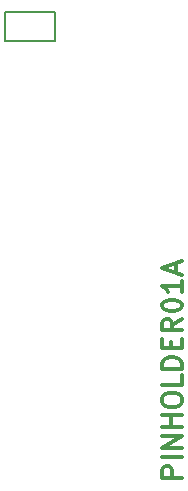
<source format=gbr>
%TF.GenerationSoftware,KiCad,Pcbnew,6.0.11+dfsg-1~bpo11+1*%
%TF.CreationDate,2023-04-12T09:04:15+00:00*%
%TF.ProjectId,PINHOLDER01,50494e48-4f4c-4444-9552-30312e6b6963,01A*%
%TF.SameCoordinates,Original*%
%TF.FileFunction,Legend,Top*%
%TF.FilePolarity,Positive*%
%FSLAX46Y46*%
G04 Gerber Fmt 4.6, Leading zero omitted, Abs format (unit mm)*
G04 Created by KiCad (PCBNEW 6.0.11+dfsg-1~bpo11+1) date 2023-04-12 09:04:15*
%MOMM*%
%LPD*%
G01*
G04 APERTURE LIST*
%ADD10C,0.300000*%
%ADD11C,0.150000*%
G04 APERTURE END LIST*
D10*
X134849047Y-114346190D02*
X133149047Y-114346190D01*
X133149047Y-113698571D01*
X133230000Y-113536666D01*
X133310952Y-113455714D01*
X133472857Y-113374761D01*
X133715714Y-113374761D01*
X133877619Y-113455714D01*
X133958571Y-113536666D01*
X134039523Y-113698571D01*
X134039523Y-114346190D01*
X134849047Y-112646190D02*
X133149047Y-112646190D01*
X134849047Y-111836666D02*
X133149047Y-111836666D01*
X134849047Y-110865238D01*
X133149047Y-110865238D01*
X134849047Y-110055714D02*
X133149047Y-110055714D01*
X133958571Y-110055714D02*
X133958571Y-109084285D01*
X134849047Y-109084285D02*
X133149047Y-109084285D01*
X133149047Y-107950952D02*
X133149047Y-107627142D01*
X133230000Y-107465238D01*
X133391904Y-107303333D01*
X133715714Y-107222380D01*
X134282380Y-107222380D01*
X134606190Y-107303333D01*
X134768095Y-107465238D01*
X134849047Y-107627142D01*
X134849047Y-107950952D01*
X134768095Y-108112857D01*
X134606190Y-108274761D01*
X134282380Y-108355714D01*
X133715714Y-108355714D01*
X133391904Y-108274761D01*
X133230000Y-108112857D01*
X133149047Y-107950952D01*
X134849047Y-105684285D02*
X134849047Y-106493809D01*
X133149047Y-106493809D01*
X134849047Y-105117619D02*
X133149047Y-105117619D01*
X133149047Y-104712857D01*
X133230000Y-104470000D01*
X133391904Y-104308095D01*
X133553809Y-104227142D01*
X133877619Y-104146190D01*
X134120476Y-104146190D01*
X134444285Y-104227142D01*
X134606190Y-104308095D01*
X134768095Y-104470000D01*
X134849047Y-104712857D01*
X134849047Y-105117619D01*
X133958571Y-103417619D02*
X133958571Y-102850952D01*
X134849047Y-102608095D02*
X134849047Y-103417619D01*
X133149047Y-103417619D01*
X133149047Y-102608095D01*
X134849047Y-100908095D02*
X134039523Y-101474761D01*
X134849047Y-101879523D02*
X133149047Y-101879523D01*
X133149047Y-101231904D01*
X133230000Y-101070000D01*
X133310952Y-100989047D01*
X133472857Y-100908095D01*
X133715714Y-100908095D01*
X133877619Y-100989047D01*
X133958571Y-101070000D01*
X134039523Y-101231904D01*
X134039523Y-101879523D01*
X133149047Y-99855714D02*
X133149047Y-99693809D01*
X133230000Y-99531904D01*
X133310952Y-99450952D01*
X133472857Y-99370000D01*
X133796666Y-99289047D01*
X134201428Y-99289047D01*
X134525238Y-99370000D01*
X134687142Y-99450952D01*
X134768095Y-99531904D01*
X134849047Y-99693809D01*
X134849047Y-99855714D01*
X134768095Y-100017619D01*
X134687142Y-100098571D01*
X134525238Y-100179523D01*
X134201428Y-100260476D01*
X133796666Y-100260476D01*
X133472857Y-100179523D01*
X133310952Y-100098571D01*
X133230000Y-100017619D01*
X133149047Y-99855714D01*
X134849047Y-97670000D02*
X134849047Y-98641428D01*
X134849047Y-98155714D02*
X133149047Y-98155714D01*
X133391904Y-98317619D01*
X133553809Y-98479523D01*
X133634761Y-98641428D01*
X134363333Y-97022380D02*
X134363333Y-96212857D01*
X134849047Y-97184285D02*
X133149047Y-96617619D01*
X134849047Y-96050952D01*
D11*
%TO.C,TP2*%
X124100000Y-77350000D02*
X119900000Y-77350000D01*
X124100000Y-74950000D02*
X124100000Y-77350000D01*
X119900000Y-77350000D02*
X119900000Y-74950000D01*
X119900000Y-74950000D02*
X124100000Y-74950000D01*
%TD*%
M02*

</source>
